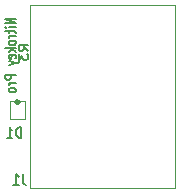
<source format=gbo>
G04 #@! TF.GenerationSoftware,KiCad,Pcbnew,(5.0.1)-4*
G04 #@! TF.CreationDate,2019-01-16T13:56:46+01:00*
G04 #@! TF.ProjectId,cryptostick,63727970746F737469636B2E6B696361,R1*
G04 #@! TF.SameCoordinates,PX791ddc0PY5e69114*
G04 #@! TF.FileFunction,Legend,Bot*
G04 #@! TF.FilePolarity,Positive*
%FSLAX46Y46*%
G04 Gerber Fmt 4.6, Leading zero omitted, Abs format (unit mm)*
G04 Created by KiCad (PCBNEW (5.0.1)-4) date 16.01.2019 13:56:46*
%MOMM*%
%LPD*%
G01*
G04 APERTURE LIST*
%ADD10C,0.150000*%
%ADD11C,0.099060*%
%ADD12C,0.381000*%
G04 APERTURE END LIST*
D10*
X-10058096Y3769834D02*
X-10439048Y4036500D01*
X-10058096Y4226977D02*
X-10858096Y4226977D01*
X-10858096Y3922215D01*
X-10820000Y3846024D01*
X-10781905Y3807929D01*
X-10705715Y3769834D01*
X-10591429Y3769834D01*
X-10515239Y3807929D01*
X-10477143Y3846024D01*
X-10439048Y3922215D01*
X-10439048Y4226977D01*
X-10858096Y3503167D02*
X-10858096Y3007929D01*
X-10553334Y3274596D01*
X-10553334Y3160310D01*
X-10515239Y3084120D01*
X-10477143Y3046024D01*
X-10400953Y3007929D01*
X-10210477Y3007929D01*
X-10134286Y3046024D01*
X-10096191Y3084120D01*
X-10058096Y3160310D01*
X-10058096Y3388881D01*
X-10096191Y3465072D01*
X-10134286Y3503167D01*
X-11092858Y6486500D02*
X-11992858Y6486500D01*
X-11092858Y6086500D01*
X-11992858Y6086500D01*
X-11092858Y5753167D02*
X-11692858Y5753167D01*
X-11992858Y5753167D02*
X-11950000Y5786500D01*
X-11907143Y5753167D01*
X-11950000Y5719834D01*
X-11992858Y5753167D01*
X-11907143Y5753167D01*
X-11692858Y5519834D02*
X-11692858Y5253167D01*
X-11992858Y5419834D02*
X-11221429Y5419834D01*
X-11135715Y5386500D01*
X-11092858Y5319834D01*
X-11092858Y5253167D01*
X-11092858Y5019834D02*
X-11692858Y5019834D01*
X-11521429Y5019834D02*
X-11607143Y4986500D01*
X-11650000Y4953167D01*
X-11692858Y4886500D01*
X-11692858Y4819834D01*
X-11092858Y4486500D02*
X-11135715Y4553167D01*
X-11178572Y4586500D01*
X-11264286Y4619834D01*
X-11521429Y4619834D01*
X-11607143Y4586500D01*
X-11650000Y4553167D01*
X-11692858Y4486500D01*
X-11692858Y4386500D01*
X-11650000Y4319834D01*
X-11607143Y4286500D01*
X-11521429Y4253167D01*
X-11264286Y4253167D01*
X-11178572Y4286500D01*
X-11135715Y4319834D01*
X-11092858Y4386500D01*
X-11092858Y4486500D01*
X-11092858Y3953167D02*
X-11992858Y3953167D01*
X-11435715Y3886500D02*
X-11092858Y3686500D01*
X-11692858Y3686500D02*
X-11350000Y3953167D01*
X-11135715Y3119834D02*
X-11092858Y3186500D01*
X-11092858Y3319834D01*
X-11135715Y3386500D01*
X-11221429Y3419834D01*
X-11564286Y3419834D01*
X-11650000Y3386500D01*
X-11692858Y3319834D01*
X-11692858Y3186500D01*
X-11650000Y3119834D01*
X-11564286Y3086500D01*
X-11478572Y3086500D01*
X-11392858Y3419834D01*
X-11692858Y2853167D02*
X-11092858Y2686500D01*
X-11692858Y2519834D02*
X-11092858Y2686500D01*
X-10878572Y2753167D01*
X-10835715Y2786500D01*
X-10792858Y2853167D01*
X-11092858Y1719834D02*
X-11992858Y1719834D01*
X-11992858Y1453167D01*
X-11950000Y1386500D01*
X-11907143Y1353167D01*
X-11821429Y1319834D01*
X-11692858Y1319834D01*
X-11607143Y1353167D01*
X-11564286Y1386500D01*
X-11521429Y1453167D01*
X-11521429Y1719834D01*
X-11092858Y1019834D02*
X-11692858Y1019834D01*
X-11521429Y1019834D02*
X-11607143Y986500D01*
X-11650000Y953167D01*
X-11692858Y886500D01*
X-11692858Y819834D01*
X-11092858Y486500D02*
X-11135715Y553167D01*
X-11178572Y586500D01*
X-11264286Y619834D01*
X-11521429Y619834D01*
X-11607143Y586500D01*
X-11650000Y553167D01*
X-11692858Y486500D01*
X-11692858Y386500D01*
X-11650000Y319834D01*
X-11607143Y286500D01*
X-11521429Y253167D01*
X-11264286Y253167D01*
X-11178572Y286500D01*
X-11135715Y319834D01*
X-11092858Y386500D01*
X-11092858Y486500D01*
D11*
G04 #@! TO.C,J1*
X2358540Y-7843680D02*
X-9841080Y-7843680D01*
X2406800Y-53500D02*
X2406800Y7668100D01*
X2406800Y7668100D02*
X-3740000Y7668100D01*
X-3740000Y7668100D02*
X-9886800Y7668100D01*
X-9886800Y7668100D02*
X-9886800Y-53500D01*
X-9886800Y-53500D02*
X-9886800Y-7825900D01*
X2406800Y-7825900D02*
X2406800Y-2700D01*
D12*
G04 #@! TO.C,D1*
X-10896500Y-598500D02*
G75*
G03X-10896500Y-598500I-63500J0D01*
G01*
D11*
X-10960000Y-471500D02*
X-11595000Y-471500D01*
X-11595000Y-471500D02*
X-11595000Y-1995500D01*
X-11595000Y-1995500D02*
X-10325000Y-1995500D01*
X-10325000Y-1995500D02*
X-10325000Y-471500D01*
X-10325000Y-471500D02*
X-10960000Y-471500D01*
G04 #@! TO.C,J1*
D10*
X-10496434Y-6672642D02*
X-10496434Y-7315500D01*
X-10458339Y-7444071D01*
X-10382148Y-7529785D01*
X-10267862Y-7572642D01*
X-10191672Y-7572642D01*
X-11296434Y-7572642D02*
X-10839291Y-7572642D01*
X-11067862Y-7572642D02*
X-11067862Y-6672642D01*
X-10991672Y-6801214D01*
X-10915481Y-6886928D01*
X-10839291Y-6929785D01*
G04 #@! TO.C,D1*
X-10636324Y-3620242D02*
X-10636324Y-2720242D01*
X-10826800Y-2720242D01*
X-10941086Y-2763100D01*
X-11017277Y-2848814D01*
X-11055372Y-2934528D01*
X-11093467Y-3105957D01*
X-11093467Y-3234528D01*
X-11055372Y-3405957D01*
X-11017277Y-3491671D01*
X-10941086Y-3577385D01*
X-10826800Y-3620242D01*
X-10636324Y-3620242D01*
X-11855372Y-3620242D02*
X-11398229Y-3620242D01*
X-11626800Y-3620242D02*
X-11626800Y-2720242D01*
X-11550610Y-2848814D01*
X-11474420Y-2934528D01*
X-11398229Y-2977385D01*
G04 #@! TD*
M02*

</source>
